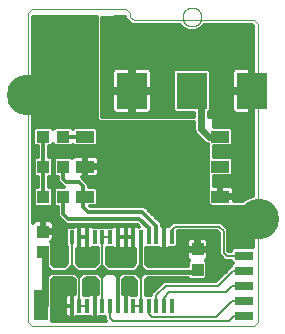
<source format=gtl>
G75*
%MOIN*%
%OFA0B0*%
%FSLAX25Y25*%
%IPPOS*%
%LPD*%
%AMOC8*
5,1,8,0,0,1.08239X$1,22.5*
%
%ADD10C,0.00000*%
%ADD11R,0.05000X0.10000*%
%ADD12R,0.01575X0.04724*%
%ADD13R,0.03937X0.04331*%
%ADD14R,0.04331X0.03937*%
%ADD15R,0.06299X0.03150*%
%ADD16R,0.10000X0.12000*%
%ADD17R,0.06000X0.04000*%
%ADD18C,0.01200*%
%ADD19C,0.13449*%
%ADD20C,0.02775*%
%ADD21C,0.02400*%
%ADD22C,0.01600*%
%ADD23C,0.00800*%
%ADD24C,0.00600*%
D10*
X0008237Y0004725D02*
X0009487Y0003475D01*
X0083549Y0003475D01*
X0084799Y0004725D01*
X0084799Y0104100D01*
X0083549Y0105350D01*
X0043549Y0105350D01*
X0042299Y0106600D01*
X0042299Y0107850D01*
X0041049Y0109100D01*
X0009487Y0109100D01*
X0008237Y0107850D01*
X0008237Y0004725D01*
X0059774Y0106472D02*
X0059776Y0106584D01*
X0059782Y0106695D01*
X0059792Y0106807D01*
X0059806Y0106918D01*
X0059823Y0107028D01*
X0059845Y0107138D01*
X0059871Y0107247D01*
X0059900Y0107355D01*
X0059933Y0107461D01*
X0059970Y0107567D01*
X0060011Y0107671D01*
X0060056Y0107774D01*
X0060104Y0107875D01*
X0060155Y0107974D01*
X0060210Y0108071D01*
X0060269Y0108166D01*
X0060330Y0108260D01*
X0060395Y0108351D01*
X0060464Y0108439D01*
X0060535Y0108525D01*
X0060609Y0108609D01*
X0060687Y0108689D01*
X0060767Y0108767D01*
X0060850Y0108843D01*
X0060935Y0108915D01*
X0061023Y0108984D01*
X0061113Y0109050D01*
X0061206Y0109112D01*
X0061301Y0109172D01*
X0061398Y0109228D01*
X0061496Y0109280D01*
X0061597Y0109329D01*
X0061699Y0109374D01*
X0061803Y0109416D01*
X0061908Y0109454D01*
X0062015Y0109488D01*
X0062122Y0109518D01*
X0062231Y0109545D01*
X0062340Y0109567D01*
X0062451Y0109586D01*
X0062561Y0109601D01*
X0062673Y0109612D01*
X0062784Y0109619D01*
X0062896Y0109622D01*
X0063008Y0109621D01*
X0063120Y0109616D01*
X0063231Y0109607D01*
X0063342Y0109594D01*
X0063453Y0109577D01*
X0063563Y0109557D01*
X0063672Y0109532D01*
X0063780Y0109504D01*
X0063887Y0109471D01*
X0063993Y0109435D01*
X0064097Y0109395D01*
X0064200Y0109352D01*
X0064302Y0109305D01*
X0064401Y0109254D01*
X0064499Y0109200D01*
X0064595Y0109142D01*
X0064689Y0109081D01*
X0064780Y0109017D01*
X0064869Y0108950D01*
X0064956Y0108879D01*
X0065040Y0108805D01*
X0065122Y0108729D01*
X0065200Y0108649D01*
X0065276Y0108567D01*
X0065349Y0108482D01*
X0065419Y0108395D01*
X0065485Y0108305D01*
X0065549Y0108213D01*
X0065609Y0108119D01*
X0065666Y0108023D01*
X0065719Y0107924D01*
X0065769Y0107824D01*
X0065815Y0107723D01*
X0065858Y0107619D01*
X0065897Y0107514D01*
X0065932Y0107408D01*
X0065963Y0107301D01*
X0065991Y0107192D01*
X0066014Y0107083D01*
X0066034Y0106973D01*
X0066050Y0106862D01*
X0066062Y0106751D01*
X0066070Y0106640D01*
X0066074Y0106528D01*
X0066074Y0106416D01*
X0066070Y0106304D01*
X0066062Y0106193D01*
X0066050Y0106082D01*
X0066034Y0105971D01*
X0066014Y0105861D01*
X0065991Y0105752D01*
X0065963Y0105643D01*
X0065932Y0105536D01*
X0065897Y0105430D01*
X0065858Y0105325D01*
X0065815Y0105221D01*
X0065769Y0105120D01*
X0065719Y0105020D01*
X0065666Y0104921D01*
X0065609Y0104825D01*
X0065549Y0104731D01*
X0065485Y0104639D01*
X0065419Y0104549D01*
X0065349Y0104462D01*
X0065276Y0104377D01*
X0065200Y0104295D01*
X0065122Y0104215D01*
X0065040Y0104139D01*
X0064956Y0104065D01*
X0064869Y0103994D01*
X0064780Y0103927D01*
X0064689Y0103863D01*
X0064595Y0103802D01*
X0064499Y0103744D01*
X0064401Y0103690D01*
X0064302Y0103639D01*
X0064200Y0103592D01*
X0064097Y0103549D01*
X0063993Y0103509D01*
X0063887Y0103473D01*
X0063780Y0103440D01*
X0063672Y0103412D01*
X0063563Y0103387D01*
X0063453Y0103367D01*
X0063342Y0103350D01*
X0063231Y0103337D01*
X0063120Y0103328D01*
X0063008Y0103323D01*
X0062896Y0103322D01*
X0062784Y0103325D01*
X0062673Y0103332D01*
X0062561Y0103343D01*
X0062451Y0103358D01*
X0062340Y0103377D01*
X0062231Y0103399D01*
X0062122Y0103426D01*
X0062015Y0103456D01*
X0061908Y0103490D01*
X0061803Y0103528D01*
X0061699Y0103570D01*
X0061597Y0103615D01*
X0061496Y0103664D01*
X0061398Y0103716D01*
X0061301Y0103772D01*
X0061206Y0103832D01*
X0061113Y0103894D01*
X0061023Y0103960D01*
X0060935Y0104029D01*
X0060850Y0104101D01*
X0060767Y0104177D01*
X0060687Y0104255D01*
X0060609Y0104335D01*
X0060535Y0104419D01*
X0060464Y0104505D01*
X0060395Y0104593D01*
X0060330Y0104684D01*
X0060269Y0104778D01*
X0060210Y0104873D01*
X0060155Y0104970D01*
X0060104Y0105069D01*
X0060056Y0105170D01*
X0060011Y0105273D01*
X0059970Y0105377D01*
X0059933Y0105483D01*
X0059900Y0105589D01*
X0059871Y0105697D01*
X0059845Y0105806D01*
X0059823Y0105916D01*
X0059806Y0106026D01*
X0059792Y0106137D01*
X0059782Y0106249D01*
X0059776Y0106360D01*
X0059774Y0106472D01*
D11*
X0012612Y0010350D03*
D12*
X0022853Y0010183D03*
X0025412Y0010183D03*
X0027971Y0010183D03*
X0030530Y0010183D03*
X0033089Y0010183D03*
X0035648Y0010183D03*
X0038207Y0010183D03*
X0040766Y0010183D03*
X0043325Y0010183D03*
X0045885Y0010183D03*
X0048444Y0010183D03*
X0051003Y0010183D03*
X0053562Y0010183D03*
X0056121Y0010183D03*
X0056121Y0033017D03*
X0053562Y0033017D03*
X0051003Y0033017D03*
X0048444Y0033017D03*
X0045885Y0033017D03*
X0043325Y0033017D03*
X0040766Y0033017D03*
X0038207Y0033017D03*
X0035648Y0033017D03*
X0033089Y0033017D03*
X0030530Y0033017D03*
X0027971Y0033017D03*
X0025412Y0033017D03*
X0022853Y0033017D03*
D13*
X0013237Y0034946D03*
X0013237Y0028254D03*
X0013328Y0046600D03*
X0020021Y0046600D03*
X0020021Y0056600D03*
X0013328Y0056600D03*
X0064799Y0029009D03*
X0064799Y0022316D03*
D14*
X0020021Y0066600D03*
X0013328Y0066600D03*
D15*
X0080424Y0026912D03*
X0080424Y0021912D03*
X0080424Y0016913D03*
X0080424Y0011912D03*
X0080424Y0006912D03*
D16*
X0082924Y0081850D03*
X0062924Y0081850D03*
X0042924Y0081850D03*
D17*
X0027299Y0066600D03*
X0027299Y0056600D03*
X0027299Y0046600D03*
X0072299Y0046600D03*
X0072299Y0056600D03*
X0072299Y0066600D03*
D18*
X0070112Y0063400D02*
X0075796Y0063400D01*
X0076499Y0064103D01*
X0076499Y0069097D01*
X0075796Y0069800D01*
X0070112Y0069800D01*
X0070112Y0073163D01*
X0068449Y0073163D01*
X0068449Y0074678D01*
X0069124Y0075353D01*
X0069124Y0088347D01*
X0068421Y0089050D01*
X0057427Y0089050D01*
X0056724Y0088347D01*
X0056724Y0075353D01*
X0057427Y0074650D01*
X0063649Y0074650D01*
X0063649Y0073163D01*
X0032924Y0073163D01*
X0032924Y0106287D01*
X0040699Y0106334D01*
X0040699Y0105937D01*
X0041637Y0105000D01*
X0041949Y0104687D01*
X0042887Y0103750D01*
X0058929Y0103750D01*
X0060234Y0102446D01*
X0061980Y0101722D01*
X0063869Y0101722D01*
X0065615Y0102446D01*
X0066919Y0103750D01*
X0082887Y0103750D01*
X0083199Y0103437D01*
X0083199Y0082450D01*
X0082324Y0082450D01*
X0082324Y0081250D01*
X0076324Y0081250D01*
X0076324Y0075639D01*
X0076433Y0075232D01*
X0076644Y0074868D01*
X0076942Y0074570D01*
X0077307Y0074359D01*
X0077714Y0074250D01*
X0082324Y0074250D01*
X0082324Y0081250D01*
X0083199Y0081250D01*
X0083199Y0046885D01*
X0080623Y0045818D01*
X0079843Y0045037D01*
X0076899Y0045037D01*
X0076899Y0046200D01*
X0072699Y0046200D01*
X0072699Y0047000D01*
X0071899Y0047000D01*
X0071899Y0050200D01*
X0070112Y0050200D01*
X0070112Y0053400D01*
X0075796Y0053400D01*
X0076499Y0054103D01*
X0076499Y0059097D01*
X0075796Y0059800D01*
X0070112Y0059800D01*
X0070112Y0063400D01*
X0070112Y0062349D02*
X0083199Y0062349D01*
X0083199Y0061151D02*
X0070112Y0061151D01*
X0070112Y0059952D02*
X0083199Y0059952D01*
X0083199Y0058754D02*
X0076499Y0058754D01*
X0076499Y0057555D02*
X0083199Y0057555D01*
X0083199Y0056357D02*
X0076499Y0056357D01*
X0076499Y0055158D02*
X0083199Y0055158D01*
X0083199Y0053960D02*
X0076356Y0053960D01*
X0075510Y0050200D02*
X0072699Y0050200D01*
X0072699Y0047000D01*
X0076899Y0047000D01*
X0076899Y0048811D01*
X0076790Y0049218D01*
X0076580Y0049582D01*
X0076282Y0049880D01*
X0075917Y0050091D01*
X0075510Y0050200D01*
X0076804Y0049166D02*
X0083199Y0049166D01*
X0083199Y0050364D02*
X0070112Y0050364D01*
X0070112Y0051563D02*
X0083199Y0051563D01*
X0083199Y0052761D02*
X0070112Y0052761D01*
X0068312Y0052761D02*
X0026496Y0052761D01*
X0026257Y0053000D02*
X0026899Y0053000D01*
X0026899Y0056200D01*
X0027699Y0056200D01*
X0027699Y0053000D01*
X0030510Y0053000D01*
X0030917Y0053109D01*
X0031282Y0053320D01*
X0031580Y0053618D01*
X0031790Y0053982D01*
X0031899Y0054389D01*
X0031899Y0056200D01*
X0027699Y0056200D01*
X0027699Y0057000D01*
X0026899Y0057000D01*
X0026899Y0060200D01*
X0024089Y0060200D01*
X0023682Y0060091D01*
X0023317Y0059880D01*
X0023019Y0059582D01*
X0022964Y0059487D01*
X0022486Y0059965D01*
X0017555Y0059965D01*
X0016852Y0059262D01*
X0016852Y0053938D01*
X0017555Y0053235D01*
X0018221Y0053235D01*
X0018221Y0051883D01*
X0019249Y0050854D01*
X0020138Y0049965D01*
X0017555Y0049965D01*
X0016852Y0049262D01*
X0016852Y0043938D01*
X0017555Y0043235D01*
X0018221Y0043235D01*
X0018221Y0040008D01*
X0019874Y0038354D01*
X0020929Y0037300D01*
X0044679Y0037300D01*
X0045399Y0036580D01*
X0045176Y0036580D01*
X0045095Y0036660D01*
X0044730Y0036870D01*
X0044324Y0036980D01*
X0043326Y0036980D01*
X0043326Y0033017D01*
X0043326Y0029055D01*
X0044085Y0029055D01*
X0044085Y0024398D01*
X0043287Y0023600D01*
X0035375Y0023600D01*
X0034689Y0024285D01*
X0034689Y0029455D01*
X0036357Y0029455D01*
X0036438Y0029375D01*
X0036802Y0029164D01*
X0037209Y0029055D01*
X0038207Y0029055D01*
X0038207Y0033017D01*
X0038207Y0033017D01*
X0038207Y0029055D01*
X0039205Y0029055D01*
X0039487Y0029131D01*
X0039768Y0029055D01*
X0040766Y0029055D01*
X0040766Y0033017D01*
X0038208Y0033017D01*
X0038208Y0033017D01*
X0040595Y0033017D01*
X0040766Y0033017D01*
X0040766Y0033017D01*
X0040766Y0033017D01*
X0040766Y0029055D01*
X0041764Y0029055D01*
X0042046Y0029131D01*
X0042327Y0029055D01*
X0043325Y0029055D01*
X0043325Y0033017D01*
X0040767Y0033017D01*
X0040767Y0033017D01*
X0043154Y0033017D01*
X0043325Y0033017D01*
X0043325Y0033017D01*
X0043326Y0033017D01*
X0043325Y0033017D01*
X0043325Y0036980D01*
X0042327Y0036980D01*
X0042046Y0036904D01*
X0041764Y0036980D01*
X0040766Y0036980D01*
X0039768Y0036980D01*
X0039487Y0036904D01*
X0039205Y0036980D01*
X0038207Y0036980D01*
X0037209Y0036980D01*
X0036802Y0036870D01*
X0036438Y0036660D01*
X0036357Y0036580D01*
X0029821Y0036580D01*
X0029741Y0036660D01*
X0029376Y0036870D01*
X0028969Y0036980D01*
X0027971Y0036980D01*
X0026973Y0036980D01*
X0026692Y0036904D01*
X0026410Y0036980D01*
X0025412Y0036980D01*
X0024414Y0036980D01*
X0024007Y0036870D01*
X0023642Y0036660D01*
X0023562Y0036580D01*
X0021569Y0036580D01*
X0020866Y0035877D01*
X0020866Y0030158D01*
X0021253Y0029771D01*
X0021253Y0024379D01*
X0020474Y0023600D01*
X0016937Y0023600D01*
X0016262Y0024275D01*
X0016262Y0025448D01*
X0016405Y0025591D01*
X0016405Y0030916D01*
X0015955Y0031366D01*
X0016188Y0031501D01*
X0016486Y0031799D01*
X0016696Y0032164D01*
X0016805Y0032570D01*
X0016805Y0034562D01*
X0013621Y0034562D01*
X0013621Y0035331D01*
X0012853Y0035331D01*
X0012853Y0038712D01*
X0011058Y0038712D01*
X0010651Y0038603D01*
X0010286Y0038392D01*
X0009988Y0038094D01*
X0009837Y0037832D01*
X0009837Y0106600D01*
X0031123Y0106600D01*
X0031124Y0106283D01*
X0031124Y0072417D01*
X0032179Y0071363D01*
X0063649Y0071363D01*
X0063649Y0068623D01*
X0064015Y0067741D01*
X0064690Y0067065D01*
X0067190Y0064565D01*
X0068072Y0064200D01*
X0068099Y0064200D01*
X0068099Y0064103D01*
X0068312Y0063890D01*
X0068312Y0059310D01*
X0068099Y0059097D01*
X0068099Y0054103D01*
X0068312Y0053890D01*
X0068312Y0049310D01*
X0068099Y0049097D01*
X0068099Y0044103D01*
X0068802Y0043400D01*
X0069204Y0043400D01*
X0069366Y0043237D01*
X0083199Y0043237D01*
X0083199Y0029687D01*
X0076778Y0029687D01*
X0076075Y0028984D01*
X0076075Y0028512D01*
X0075150Y0028512D01*
X0075037Y0028625D01*
X0075037Y0035813D01*
X0072650Y0038200D01*
X0056637Y0038200D01*
X0055699Y0037263D01*
X0055183Y0036746D01*
X0054967Y0036870D01*
X0054560Y0036980D01*
X0053562Y0036980D01*
X0053562Y0033017D01*
X0053562Y0029055D01*
X0054560Y0029055D01*
X0054967Y0029164D01*
X0055332Y0029375D01*
X0055412Y0029455D01*
X0057405Y0029455D01*
X0058108Y0030158D01*
X0058108Y0035000D01*
X0071324Y0035000D01*
X0071837Y0034487D01*
X0071837Y0027300D01*
X0072774Y0026363D01*
X0072887Y0026250D01*
X0073824Y0025312D01*
X0076075Y0025312D01*
X0076075Y0024841D01*
X0076503Y0024412D01*
X0076075Y0023984D01*
X0076075Y0023512D01*
X0076012Y0023512D01*
X0075074Y0022575D01*
X0071012Y0018512D01*
X0053512Y0018512D01*
X0052574Y0017575D01*
X0049403Y0014403D01*
X0049403Y0013745D01*
X0047485Y0013745D01*
X0047485Y0018897D01*
X0048187Y0019600D01*
X0061685Y0019600D01*
X0062334Y0018951D01*
X0067265Y0018951D01*
X0067968Y0019654D01*
X0067968Y0024978D01*
X0067517Y0025429D01*
X0067750Y0025563D01*
X0068048Y0025861D01*
X0068259Y0026226D01*
X0068368Y0026633D01*
X0068368Y0028625D01*
X0065184Y0028625D01*
X0065184Y0029393D01*
X0068368Y0029393D01*
X0068368Y0031385D01*
X0068259Y0031792D01*
X0068048Y0032157D01*
X0067750Y0032455D01*
X0067385Y0032665D01*
X0066979Y0032774D01*
X0065184Y0032774D01*
X0065184Y0029393D01*
X0064415Y0029393D01*
X0064415Y0028625D01*
X0061231Y0028625D01*
X0061231Y0026633D01*
X0061340Y0026226D01*
X0061551Y0025861D01*
X0061848Y0025563D01*
X0062081Y0025429D01*
X0061631Y0024978D01*
X0061631Y0023600D01*
X0048187Y0023600D01*
X0047685Y0024103D01*
X0047685Y0029455D01*
X0051712Y0029455D01*
X0051792Y0029375D01*
X0052157Y0029164D01*
X0052564Y0029055D01*
X0053562Y0029055D01*
X0053562Y0033017D01*
X0053562Y0033017D01*
X0053562Y0033017D01*
X0053562Y0036980D01*
X0052803Y0036980D01*
X0052803Y0037705D01*
X0047107Y0043400D01*
X0028982Y0043400D01*
X0030796Y0043400D01*
X0031499Y0044103D01*
X0031499Y0049097D01*
X0030796Y0049800D01*
X0028474Y0049800D01*
X0028474Y0050783D01*
X0027420Y0051837D01*
X0026257Y0053000D01*
X0026899Y0053960D02*
X0027699Y0053960D01*
X0027699Y0055158D02*
X0026899Y0055158D01*
X0027699Y0056357D02*
X0068099Y0056357D01*
X0068099Y0057555D02*
X0031899Y0057555D01*
X0031899Y0057000D02*
X0031899Y0058811D01*
X0031790Y0059218D01*
X0031580Y0059582D01*
X0031282Y0059880D01*
X0030917Y0060091D01*
X0030510Y0060200D01*
X0027699Y0060200D01*
X0027699Y0057000D01*
X0031899Y0057000D01*
X0031899Y0055158D02*
X0068099Y0055158D01*
X0068243Y0053960D02*
X0031777Y0053960D01*
X0031899Y0058754D02*
X0068099Y0058754D01*
X0068312Y0059952D02*
X0031157Y0059952D01*
X0030796Y0063400D02*
X0031499Y0064103D01*
X0031499Y0069097D01*
X0030796Y0069800D01*
X0023802Y0069800D01*
X0023227Y0069225D01*
X0022683Y0069768D01*
X0017358Y0069768D01*
X0016674Y0069084D01*
X0015990Y0069768D01*
X0010666Y0069768D01*
X0009963Y0069066D01*
X0009963Y0064134D01*
X0010666Y0063431D01*
X0011528Y0063431D01*
X0011528Y0059965D01*
X0010862Y0059965D01*
X0010159Y0059262D01*
X0010159Y0053938D01*
X0010862Y0053235D01*
X0011528Y0053235D01*
X0011528Y0049965D01*
X0010862Y0049965D01*
X0010159Y0049262D01*
X0010159Y0043938D01*
X0010862Y0043235D01*
X0015794Y0043235D01*
X0016496Y0043938D01*
X0016496Y0049262D01*
X0015794Y0049965D01*
X0015128Y0049965D01*
X0015128Y0053235D01*
X0015794Y0053235D01*
X0016496Y0053938D01*
X0016496Y0059262D01*
X0015794Y0059965D01*
X0015128Y0059965D01*
X0015128Y0063431D01*
X0015990Y0063431D01*
X0016674Y0064116D01*
X0017358Y0063431D01*
X0022683Y0063431D01*
X0023227Y0063975D01*
X0023802Y0063400D01*
X0030796Y0063400D01*
X0030944Y0063548D02*
X0068312Y0063548D01*
X0068312Y0062349D02*
X0015128Y0062349D01*
X0015128Y0061151D02*
X0068312Y0061151D01*
X0067009Y0064746D02*
X0031499Y0064746D01*
X0031499Y0065945D02*
X0065810Y0065945D01*
X0064612Y0067143D02*
X0031499Y0067143D01*
X0031499Y0068342D02*
X0063766Y0068342D01*
X0063649Y0069540D02*
X0031056Y0069540D01*
X0031604Y0071937D02*
X0009837Y0071937D01*
X0009837Y0070739D02*
X0063649Y0070739D01*
X0063649Y0074334D02*
X0048450Y0074334D01*
X0048542Y0074359D02*
X0048907Y0074570D01*
X0049205Y0074868D01*
X0049415Y0075232D01*
X0049524Y0075639D01*
X0049524Y0081250D01*
X0043524Y0081250D01*
X0043524Y0074250D01*
X0048135Y0074250D01*
X0048542Y0074359D01*
X0049496Y0075533D02*
X0056724Y0075533D01*
X0056724Y0076732D02*
X0049524Y0076732D01*
X0049524Y0077930D02*
X0056724Y0077930D01*
X0056724Y0079129D02*
X0049524Y0079129D01*
X0049524Y0080327D02*
X0056724Y0080327D01*
X0056724Y0081526D02*
X0043524Y0081526D01*
X0043524Y0081250D02*
X0043524Y0082450D01*
X0042324Y0082450D01*
X0042324Y0081250D01*
X0036324Y0081250D01*
X0036324Y0075639D01*
X0036433Y0075232D01*
X0036644Y0074868D01*
X0036942Y0074570D01*
X0037307Y0074359D01*
X0037714Y0074250D01*
X0042324Y0074250D01*
X0042324Y0081250D01*
X0043524Y0081250D01*
X0043524Y0080327D02*
X0042324Y0080327D01*
X0042324Y0079129D02*
X0043524Y0079129D01*
X0043524Y0077930D02*
X0042324Y0077930D01*
X0042324Y0076732D02*
X0043524Y0076732D01*
X0043524Y0075533D02*
X0042324Y0075533D01*
X0042324Y0074334D02*
X0043524Y0074334D01*
X0037398Y0074334D02*
X0032924Y0074334D01*
X0032924Y0075533D02*
X0036353Y0075533D01*
X0036324Y0076732D02*
X0032924Y0076732D01*
X0032924Y0077930D02*
X0036324Y0077930D01*
X0036324Y0079129D02*
X0032924Y0079129D01*
X0032924Y0080327D02*
X0036324Y0080327D01*
X0036324Y0082450D02*
X0042324Y0082450D01*
X0042324Y0089450D01*
X0037714Y0089450D01*
X0037307Y0089341D01*
X0036942Y0089130D01*
X0036644Y0088832D01*
X0036433Y0088468D01*
X0036324Y0088061D01*
X0036324Y0082450D01*
X0036324Y0082724D02*
X0032924Y0082724D01*
X0032924Y0081526D02*
X0042324Y0081526D01*
X0042324Y0082724D02*
X0043524Y0082724D01*
X0043524Y0082450D02*
X0043524Y0089450D01*
X0048135Y0089450D01*
X0048542Y0089341D01*
X0048907Y0089130D01*
X0049205Y0088832D01*
X0049415Y0088468D01*
X0049524Y0088061D01*
X0049524Y0082450D01*
X0043524Y0082450D01*
X0043524Y0083923D02*
X0042324Y0083923D01*
X0042324Y0085121D02*
X0043524Y0085121D01*
X0043524Y0086320D02*
X0042324Y0086320D01*
X0042324Y0087518D02*
X0043524Y0087518D01*
X0043524Y0088717D02*
X0042324Y0088717D01*
X0036577Y0088717D02*
X0032924Y0088717D01*
X0032924Y0089915D02*
X0083199Y0089915D01*
X0082324Y0089450D02*
X0077714Y0089450D01*
X0077307Y0089341D01*
X0076942Y0089130D01*
X0076644Y0088832D01*
X0076433Y0088468D01*
X0076324Y0088061D01*
X0076324Y0082450D01*
X0082324Y0082450D01*
X0082324Y0089450D01*
X0082324Y0088717D02*
X0083199Y0088717D01*
X0083199Y0087518D02*
X0082324Y0087518D01*
X0082324Y0086320D02*
X0083199Y0086320D01*
X0083199Y0085121D02*
X0082324Y0085121D01*
X0082324Y0083923D02*
X0083199Y0083923D01*
X0083199Y0082724D02*
X0082324Y0082724D01*
X0082324Y0081526D02*
X0069124Y0081526D01*
X0069124Y0082724D02*
X0076324Y0082724D01*
X0076324Y0083923D02*
X0069124Y0083923D01*
X0069124Y0085121D02*
X0076324Y0085121D01*
X0076324Y0086320D02*
X0069124Y0086320D01*
X0069124Y0087518D02*
X0076324Y0087518D01*
X0076577Y0088717D02*
X0068755Y0088717D01*
X0069124Y0080327D02*
X0076324Y0080327D01*
X0076324Y0079129D02*
X0069124Y0079129D01*
X0069124Y0077930D02*
X0076324Y0077930D01*
X0076324Y0076732D02*
X0069124Y0076732D01*
X0069124Y0075533D02*
X0076353Y0075533D01*
X0077398Y0074334D02*
X0068449Y0074334D01*
X0070112Y0073136D02*
X0083199Y0073136D01*
X0083199Y0074334D02*
X0082324Y0074334D01*
X0082324Y0075533D02*
X0083199Y0075533D01*
X0083199Y0076732D02*
X0082324Y0076732D01*
X0082324Y0077930D02*
X0083199Y0077930D01*
X0083199Y0079129D02*
X0082324Y0079129D01*
X0082324Y0080327D02*
X0083199Y0080327D01*
X0083199Y0071937D02*
X0070112Y0071937D01*
X0070112Y0070739D02*
X0083199Y0070739D01*
X0083199Y0069540D02*
X0076056Y0069540D01*
X0076499Y0068342D02*
X0083199Y0068342D01*
X0083199Y0067143D02*
X0076499Y0067143D01*
X0076499Y0065945D02*
X0083199Y0065945D01*
X0083199Y0064746D02*
X0076499Y0064746D01*
X0075944Y0063548D02*
X0083199Y0063548D01*
X0072699Y0049166D02*
X0071899Y0049166D01*
X0071899Y0047967D02*
X0072699Y0047967D01*
X0072699Y0046769D02*
X0082918Y0046769D01*
X0083199Y0047967D02*
X0076899Y0047967D01*
X0076899Y0045570D02*
X0080375Y0045570D01*
X0083199Y0043173D02*
X0047334Y0043173D01*
X0048533Y0041975D02*
X0083199Y0041975D01*
X0083199Y0040776D02*
X0049731Y0040776D01*
X0050930Y0039578D02*
X0083199Y0039578D01*
X0083199Y0038379D02*
X0052128Y0038379D01*
X0052803Y0037181D02*
X0055617Y0037181D01*
X0053562Y0035982D02*
X0053562Y0035982D01*
X0053562Y0034784D02*
X0053562Y0034784D01*
X0053562Y0033585D02*
X0053562Y0033585D01*
X0053562Y0032387D02*
X0053562Y0032387D01*
X0053562Y0031188D02*
X0053562Y0031188D01*
X0053562Y0029990D02*
X0053562Y0029990D01*
X0051003Y0033017D02*
X0051003Y0036959D01*
X0046362Y0041600D01*
X0028237Y0041600D01*
X0026674Y0043162D01*
X0026674Y0046600D01*
X0027299Y0046600D01*
X0026674Y0046600D02*
X0026674Y0050037D01*
X0025112Y0051600D01*
X0021049Y0051600D01*
X0020021Y0052629D01*
X0020021Y0056600D01*
X0016852Y0056357D02*
X0016496Y0056357D01*
X0016496Y0057555D02*
X0016852Y0057555D01*
X0016852Y0058754D02*
X0016496Y0058754D01*
X0015806Y0059952D02*
X0017542Y0059952D01*
X0017242Y0063548D02*
X0016107Y0063548D01*
X0013328Y0066600D02*
X0013328Y0056600D01*
X0013328Y0046600D01*
X0016496Y0046769D02*
X0016852Y0046769D01*
X0016852Y0047967D02*
X0016496Y0047967D01*
X0016496Y0049166D02*
X0016852Y0049166D01*
X0015128Y0050364D02*
X0019740Y0050364D01*
X0018541Y0051563D02*
X0015128Y0051563D01*
X0015128Y0052761D02*
X0018221Y0052761D01*
X0016852Y0053960D02*
X0016496Y0053960D01*
X0016496Y0055158D02*
X0016852Y0055158D01*
X0011528Y0052761D02*
X0009837Y0052761D01*
X0009837Y0051563D02*
X0011528Y0051563D01*
X0011528Y0050364D02*
X0009837Y0050364D01*
X0009837Y0049166D02*
X0010159Y0049166D01*
X0010159Y0047967D02*
X0009837Y0047967D01*
X0009837Y0046769D02*
X0010159Y0046769D01*
X0010159Y0045570D02*
X0009837Y0045570D01*
X0009837Y0044372D02*
X0010159Y0044372D01*
X0009837Y0043173D02*
X0018221Y0043173D01*
X0018221Y0041975D02*
X0009837Y0041975D01*
X0009837Y0040776D02*
X0018221Y0040776D01*
X0018651Y0039578D02*
X0009837Y0039578D01*
X0009837Y0038379D02*
X0010273Y0038379D01*
X0012853Y0038379D02*
X0013621Y0038379D01*
X0013621Y0038712D02*
X0013621Y0035331D01*
X0016805Y0035331D01*
X0016805Y0037322D01*
X0016696Y0037729D01*
X0016486Y0038094D01*
X0016188Y0038392D01*
X0015823Y0038603D01*
X0015416Y0038712D01*
X0013621Y0038712D01*
X0013621Y0037181D02*
X0012853Y0037181D01*
X0012853Y0035982D02*
X0013621Y0035982D01*
X0013621Y0034784D02*
X0020866Y0034784D01*
X0020866Y0033585D02*
X0016805Y0033585D01*
X0016756Y0032387D02*
X0020866Y0032387D01*
X0020866Y0031188D02*
X0016133Y0031188D01*
X0016405Y0029990D02*
X0021034Y0029990D01*
X0021253Y0028791D02*
X0016405Y0028791D01*
X0016405Y0027593D02*
X0021253Y0027593D01*
X0021253Y0026394D02*
X0016405Y0026394D01*
X0016262Y0025196D02*
X0021253Y0025196D01*
X0020871Y0023997D02*
X0016540Y0023997D01*
X0016937Y0019600D02*
X0022974Y0019600D01*
X0023812Y0018762D01*
X0023812Y0014145D01*
X0022853Y0014145D01*
X0021855Y0014145D01*
X0021448Y0014036D01*
X0021083Y0013825D01*
X0020785Y0013527D01*
X0020575Y0013162D01*
X0020466Y0012756D01*
X0020466Y0010183D01*
X0022853Y0010183D01*
X0022853Y0014145D01*
X0022853Y0010183D01*
X0022853Y0010183D01*
X0022853Y0010183D01*
X0020466Y0010183D01*
X0020466Y0007610D01*
X0020575Y0007203D01*
X0020785Y0006838D01*
X0021083Y0006540D01*
X0021448Y0006330D01*
X0021855Y0006220D01*
X0022853Y0006220D01*
X0023851Y0006220D01*
X0024258Y0006330D01*
X0024623Y0006540D01*
X0024703Y0006620D01*
X0028680Y0006620D01*
X0028760Y0006540D01*
X0029125Y0006330D01*
X0029532Y0006220D01*
X0030530Y0006220D01*
X0030530Y0010183D01*
X0030530Y0014145D01*
X0029532Y0014145D01*
X0029125Y0014036D01*
X0028760Y0013825D01*
X0028680Y0013745D01*
X0027012Y0013745D01*
X0027012Y0018737D01*
X0027024Y0018750D01*
X0027875Y0019600D01*
X0030474Y0019600D01*
X0031489Y0018585D01*
X0031489Y0014145D01*
X0030530Y0014145D01*
X0030530Y0010183D01*
X0030530Y0010183D01*
X0030530Y0010183D01*
X0030530Y0006220D01*
X0031528Y0006220D01*
X0031935Y0006330D01*
X0032300Y0006540D01*
X0032380Y0006620D01*
X0034048Y0006620D01*
X0034048Y0005401D01*
X0034374Y0005075D01*
X0016312Y0005075D01*
X0016312Y0015847D01*
X0016262Y0015897D01*
X0016262Y0018925D01*
X0016937Y0019600D01*
X0016540Y0019203D02*
X0023371Y0019203D01*
X0023812Y0018004D02*
X0016262Y0018004D01*
X0016262Y0016806D02*
X0023812Y0016806D01*
X0023812Y0015607D02*
X0016312Y0015607D01*
X0016312Y0014409D02*
X0023812Y0014409D01*
X0022853Y0013210D02*
X0022853Y0013210D01*
X0022853Y0012012D02*
X0022853Y0012012D01*
X0022853Y0010813D02*
X0022853Y0010813D01*
X0022853Y0010183D02*
X0022853Y0006220D01*
X0022853Y0010183D01*
X0022853Y0010183D01*
X0022853Y0009615D02*
X0022853Y0009615D01*
X0022853Y0008416D02*
X0022853Y0008416D01*
X0022853Y0007218D02*
X0022853Y0007218D01*
X0020571Y0007218D02*
X0016312Y0007218D01*
X0016312Y0008416D02*
X0020466Y0008416D01*
X0020466Y0009615D02*
X0016312Y0009615D01*
X0016312Y0010813D02*
X0020466Y0010813D01*
X0020466Y0012012D02*
X0016312Y0012012D01*
X0016312Y0013210D02*
X0020602Y0013210D01*
X0016312Y0006019D02*
X0034048Y0006019D01*
X0030530Y0007218D02*
X0030530Y0007218D01*
X0030530Y0008416D02*
X0030530Y0008416D01*
X0030530Y0009615D02*
X0030530Y0009615D01*
X0030530Y0010813D02*
X0030530Y0010813D01*
X0030530Y0012012D02*
X0030530Y0012012D01*
X0030530Y0013210D02*
X0030530Y0013210D01*
X0031489Y0014409D02*
X0027012Y0014409D01*
X0027012Y0015607D02*
X0031489Y0015607D01*
X0031489Y0016806D02*
X0027012Y0016806D01*
X0027012Y0018004D02*
X0031489Y0018004D01*
X0030871Y0019203D02*
X0027478Y0019203D01*
X0025375Y0023600D02*
X0024453Y0024522D01*
X0024453Y0029055D01*
X0025412Y0029055D01*
X0025412Y0033017D01*
X0025412Y0033017D01*
X0025412Y0029055D01*
X0026410Y0029055D01*
X0026692Y0029131D01*
X0026973Y0029055D01*
X0027971Y0029055D01*
X0027971Y0033017D01*
X0027971Y0033017D01*
X0025412Y0033017D01*
X0025412Y0033017D01*
X0027799Y0033017D01*
X0027971Y0033017D01*
X0027971Y0033017D01*
X0027971Y0029055D01*
X0028969Y0029055D01*
X0029376Y0029164D01*
X0029741Y0029375D01*
X0029821Y0029455D01*
X0031489Y0029455D01*
X0031489Y0024615D01*
X0030474Y0023600D01*
X0025375Y0023600D01*
X0024978Y0023997D02*
X0030871Y0023997D01*
X0031489Y0025196D02*
X0024453Y0025196D01*
X0024453Y0026394D02*
X0031489Y0026394D01*
X0031489Y0027593D02*
X0024453Y0027593D01*
X0024453Y0028791D02*
X0031489Y0028791D01*
X0027971Y0029990D02*
X0027971Y0029990D01*
X0027971Y0031188D02*
X0027971Y0031188D01*
X0027971Y0032387D02*
X0027971Y0032387D01*
X0027971Y0033017D02*
X0027971Y0036980D01*
X0027971Y0033017D01*
X0027971Y0033017D01*
X0027971Y0033585D02*
X0027971Y0033585D01*
X0027971Y0034784D02*
X0027971Y0034784D01*
X0027971Y0035982D02*
X0027971Y0035982D01*
X0025412Y0035982D02*
X0025412Y0035982D01*
X0025412Y0036980D02*
X0025412Y0033017D01*
X0025412Y0036980D01*
X0025412Y0034784D02*
X0025412Y0034784D01*
X0025412Y0033585D02*
X0025412Y0033585D01*
X0025412Y0033017D02*
X0025412Y0033017D01*
X0025412Y0032387D02*
X0025412Y0032387D01*
X0025412Y0031188D02*
X0025412Y0031188D01*
X0025412Y0029990D02*
X0025412Y0029990D01*
X0020971Y0035982D02*
X0016805Y0035982D01*
X0016805Y0037181D02*
X0044798Y0037181D01*
X0045424Y0039100D02*
X0048444Y0036081D01*
X0048444Y0033017D01*
X0045885Y0033017D02*
X0045885Y0021748D01*
X0045737Y0021600D01*
X0047790Y0023997D02*
X0061631Y0023997D01*
X0061848Y0025196D02*
X0047685Y0025196D01*
X0047685Y0026394D02*
X0061295Y0026394D01*
X0061231Y0027593D02*
X0047685Y0027593D01*
X0047685Y0028791D02*
X0064415Y0028791D01*
X0064415Y0029393D02*
X0061231Y0029393D01*
X0061231Y0031385D01*
X0061340Y0031792D01*
X0061551Y0032157D01*
X0061848Y0032455D01*
X0062213Y0032665D01*
X0062620Y0032774D01*
X0064415Y0032774D01*
X0064415Y0029393D01*
X0064415Y0029990D02*
X0065184Y0029990D01*
X0065184Y0031188D02*
X0064415Y0031188D01*
X0064415Y0032387D02*
X0065184Y0032387D01*
X0067818Y0032387D02*
X0071837Y0032387D01*
X0071837Y0033585D02*
X0058108Y0033585D01*
X0058108Y0032387D02*
X0061780Y0032387D01*
X0061231Y0031188D02*
X0058108Y0031188D01*
X0057940Y0029990D02*
X0061231Y0029990D01*
X0058108Y0034784D02*
X0071541Y0034784D01*
X0073669Y0037181D02*
X0083199Y0037181D01*
X0083199Y0035982D02*
X0074867Y0035982D01*
X0075037Y0034784D02*
X0083199Y0034784D01*
X0083199Y0033585D02*
X0075037Y0033585D01*
X0075037Y0032387D02*
X0083199Y0032387D01*
X0083199Y0031188D02*
X0075037Y0031188D01*
X0075037Y0029990D02*
X0083199Y0029990D01*
X0076075Y0028791D02*
X0075037Y0028791D01*
X0072743Y0026394D02*
X0068304Y0026394D01*
X0068368Y0027593D02*
X0071837Y0027593D01*
X0071837Y0028791D02*
X0065184Y0028791D01*
X0068368Y0029990D02*
X0071837Y0029990D01*
X0071837Y0031188D02*
X0068368Y0031188D01*
X0067751Y0025196D02*
X0076075Y0025196D01*
X0076087Y0023997D02*
X0067968Y0023997D01*
X0067968Y0022799D02*
X0075298Y0022799D01*
X0075074Y0022575D02*
X0075074Y0022575D01*
X0074099Y0021600D02*
X0067968Y0021600D01*
X0067968Y0020401D02*
X0072901Y0020401D01*
X0071702Y0019203D02*
X0067517Y0019203D01*
X0062082Y0019203D02*
X0047790Y0019203D01*
X0047485Y0018004D02*
X0053004Y0018004D01*
X0051805Y0016806D02*
X0047485Y0016806D01*
X0047485Y0015607D02*
X0050607Y0015607D01*
X0049408Y0014409D02*
X0047485Y0014409D01*
X0044285Y0014409D02*
X0040007Y0014409D01*
X0040007Y0014145D02*
X0040007Y0018920D01*
X0040687Y0019600D01*
X0043287Y0019600D01*
X0044285Y0018602D01*
X0044285Y0013745D01*
X0042617Y0013745D01*
X0042536Y0013825D01*
X0042171Y0014036D01*
X0041764Y0014145D01*
X0040766Y0014145D01*
X0040007Y0014145D01*
X0040766Y0014145D02*
X0040766Y0010183D01*
X0040766Y0010183D01*
X0040766Y0014145D01*
X0040766Y0013210D02*
X0040766Y0013210D01*
X0040766Y0012012D02*
X0040766Y0012012D01*
X0040766Y0010813D02*
X0040766Y0010813D01*
X0038207Y0010183D02*
X0038207Y0021570D01*
X0038237Y0021600D01*
X0040290Y0019203D02*
X0043684Y0019203D01*
X0044285Y0018004D02*
X0040007Y0018004D01*
X0040007Y0016806D02*
X0044285Y0016806D01*
X0044285Y0015607D02*
X0040007Y0015607D01*
X0043684Y0023997D02*
X0034978Y0023997D01*
X0034689Y0025196D02*
X0044085Y0025196D01*
X0044085Y0026394D02*
X0034689Y0026394D01*
X0034689Y0027593D02*
X0044085Y0027593D01*
X0044085Y0028791D02*
X0034689Y0028791D01*
X0038207Y0029990D02*
X0038207Y0029990D01*
X0038207Y0031188D02*
X0038207Y0031188D01*
X0038207Y0032387D02*
X0038207Y0032387D01*
X0038207Y0033017D02*
X0038207Y0036980D01*
X0038207Y0033017D01*
X0038207Y0033017D01*
X0038207Y0033585D02*
X0038207Y0033585D01*
X0038207Y0034784D02*
X0038207Y0034784D01*
X0038207Y0035982D02*
X0038207Y0035982D01*
X0040766Y0035982D02*
X0040766Y0035982D01*
X0040766Y0036980D02*
X0040766Y0033017D01*
X0040766Y0036980D01*
X0040766Y0034784D02*
X0040766Y0034784D01*
X0040766Y0033585D02*
X0040766Y0033585D01*
X0040766Y0033017D02*
X0040766Y0033017D01*
X0040766Y0032387D02*
X0040766Y0032387D01*
X0040766Y0031188D02*
X0040766Y0031188D01*
X0040766Y0029990D02*
X0040766Y0029990D01*
X0043325Y0029990D02*
X0043326Y0029990D01*
X0043325Y0031188D02*
X0043326Y0031188D01*
X0043325Y0032387D02*
X0043326Y0032387D01*
X0043325Y0033585D02*
X0043326Y0033585D01*
X0043325Y0034784D02*
X0043326Y0034784D01*
X0043325Y0035982D02*
X0043326Y0035982D01*
X0045424Y0039100D02*
X0021674Y0039100D01*
X0020021Y0040754D01*
X0020021Y0046600D01*
X0016852Y0045570D02*
X0016496Y0045570D01*
X0016496Y0044372D02*
X0016852Y0044372D01*
X0016201Y0038379D02*
X0019850Y0038379D01*
X0028982Y0043400D02*
X0028982Y0043400D01*
X0031499Y0044372D02*
X0068099Y0044372D01*
X0068099Y0045570D02*
X0031499Y0045570D01*
X0031499Y0046769D02*
X0068099Y0046769D01*
X0068099Y0047967D02*
X0031499Y0047967D01*
X0031431Y0049166D02*
X0068168Y0049166D01*
X0068312Y0050364D02*
X0028474Y0050364D01*
X0027695Y0051563D02*
X0068312Y0051563D01*
X0056724Y0082724D02*
X0049524Y0082724D01*
X0049524Y0083923D02*
X0056724Y0083923D01*
X0056724Y0085121D02*
X0049524Y0085121D01*
X0049524Y0086320D02*
X0056724Y0086320D01*
X0056724Y0087518D02*
X0049524Y0087518D01*
X0049272Y0088717D02*
X0057094Y0088717D01*
X0061550Y0101900D02*
X0032924Y0101900D01*
X0032924Y0100702D02*
X0083199Y0100702D01*
X0083199Y0101900D02*
X0064298Y0101900D01*
X0066268Y0103099D02*
X0083199Y0103099D01*
X0083199Y0099503D02*
X0032924Y0099503D01*
X0032924Y0098305D02*
X0083199Y0098305D01*
X0083199Y0097106D02*
X0032924Y0097106D01*
X0032924Y0095908D02*
X0083199Y0095908D01*
X0083199Y0094709D02*
X0032924Y0094709D01*
X0032924Y0093511D02*
X0083199Y0093511D01*
X0083199Y0092312D02*
X0032924Y0092312D01*
X0032924Y0091114D02*
X0083199Y0091114D01*
X0059581Y0103099D02*
X0032924Y0103099D01*
X0032924Y0104297D02*
X0042339Y0104297D01*
X0041949Y0104687D02*
X0041949Y0104687D01*
X0041141Y0105496D02*
X0032924Y0105496D01*
X0031124Y0105496D02*
X0009837Y0105496D01*
X0009837Y0104297D02*
X0031124Y0104297D01*
X0031124Y0103099D02*
X0009837Y0103099D01*
X0009837Y0101900D02*
X0031124Y0101900D01*
X0031124Y0100702D02*
X0009837Y0100702D01*
X0009837Y0099503D02*
X0031124Y0099503D01*
X0031124Y0098305D02*
X0009837Y0098305D01*
X0009837Y0097106D02*
X0031124Y0097106D01*
X0031124Y0095908D02*
X0009837Y0095908D01*
X0009837Y0094709D02*
X0031124Y0094709D01*
X0031124Y0093511D02*
X0009837Y0093511D01*
X0009837Y0092312D02*
X0031124Y0092312D01*
X0031124Y0091114D02*
X0009837Y0091114D01*
X0009837Y0089915D02*
X0031124Y0089915D01*
X0031124Y0088717D02*
X0009837Y0088717D01*
X0009837Y0087518D02*
X0031124Y0087518D01*
X0031124Y0086320D02*
X0009837Y0086320D01*
X0009837Y0085121D02*
X0031124Y0085121D01*
X0031124Y0083923D02*
X0009837Y0083923D01*
X0009837Y0082724D02*
X0031124Y0082724D01*
X0031124Y0081526D02*
X0009837Y0081526D01*
X0009837Y0080327D02*
X0031124Y0080327D01*
X0031124Y0079129D02*
X0009837Y0079129D01*
X0009837Y0077930D02*
X0031124Y0077930D01*
X0031124Y0076732D02*
X0009837Y0076732D01*
X0009837Y0075533D02*
X0031124Y0075533D01*
X0031124Y0074334D02*
X0009837Y0074334D01*
X0009837Y0073136D02*
X0031124Y0073136D01*
X0027299Y0066600D02*
X0020021Y0066600D01*
X0022911Y0069540D02*
X0023543Y0069540D01*
X0023654Y0063548D02*
X0022800Y0063548D01*
X0022499Y0059952D02*
X0023442Y0059952D01*
X0026899Y0059952D02*
X0027699Y0059952D01*
X0027699Y0058754D02*
X0026899Y0058754D01*
X0026899Y0057555D02*
X0027699Y0057555D01*
X0017130Y0069540D02*
X0016218Y0069540D01*
X0010438Y0069540D02*
X0009837Y0069540D01*
X0009837Y0068342D02*
X0009963Y0068342D01*
X0009963Y0067143D02*
X0009837Y0067143D01*
X0009837Y0065945D02*
X0009963Y0065945D01*
X0009963Y0064746D02*
X0009837Y0064746D01*
X0009837Y0063548D02*
X0010549Y0063548D01*
X0009837Y0062349D02*
X0011528Y0062349D01*
X0011528Y0061151D02*
X0009837Y0061151D01*
X0009837Y0059952D02*
X0010849Y0059952D01*
X0010159Y0058754D02*
X0009837Y0058754D01*
X0009837Y0057555D02*
X0010159Y0057555D01*
X0010159Y0056357D02*
X0009837Y0056357D01*
X0009837Y0055158D02*
X0010159Y0055158D01*
X0010159Y0053960D02*
X0009837Y0053960D01*
X0032924Y0083923D02*
X0036324Y0083923D01*
X0036324Y0085121D02*
X0032924Y0085121D01*
X0032924Y0086320D02*
X0036324Y0086320D01*
X0036324Y0087518D02*
X0032924Y0087518D01*
D19*
X0007924Y0080350D03*
X0085112Y0039100D03*
D20*
X0070112Y0029100D03*
X0056674Y0026600D03*
X0053862Y0042850D03*
X0039487Y0026600D03*
X0041987Y0016600D03*
X0030424Y0026600D03*
X0029487Y0016600D03*
X0018237Y0010350D03*
X0019487Y0035350D03*
X0035112Y0056600D03*
X0026987Y0061600D03*
D21*
X0013237Y0028254D02*
X0013862Y0027629D01*
X0013862Y0021600D01*
X0013862Y0010350D01*
X0012612Y0010350D01*
X0068549Y0066600D02*
X0066049Y0069100D01*
X0066049Y0080038D01*
X0065737Y0080350D01*
X0062924Y0080350D01*
X0068549Y0066600D02*
X0072299Y0066600D01*
D22*
X0064799Y0022316D02*
X0064083Y0021600D01*
X0045737Y0021600D01*
X0038237Y0021600D01*
X0033237Y0021600D01*
X0025737Y0021600D01*
X0023237Y0021600D01*
X0013862Y0021600D01*
D23*
X0016674Y0021600D01*
X0013862Y0018788D01*
X0013862Y0024412D01*
X0016674Y0021600D01*
X0015876Y0022399D02*
X0013862Y0022399D01*
X0013862Y0023197D02*
X0015077Y0023197D01*
X0014279Y0023996D02*
X0013862Y0023996D01*
X0013862Y0020801D02*
X0015876Y0020801D01*
X0015077Y0020003D02*
X0013862Y0020003D01*
X0013862Y0019204D02*
X0014279Y0019204D01*
X0020737Y0021600D02*
X0025112Y0021600D01*
X0020737Y0021600D01*
X0022924Y0023787D01*
X0025112Y0021600D01*
X0025412Y0021275D02*
X0025737Y0021600D01*
X0025412Y0021275D02*
X0025412Y0010183D01*
X0027971Y0010183D01*
X0033089Y0010183D02*
X0033089Y0021452D01*
X0033237Y0021600D01*
X0033089Y0021748D01*
X0033089Y0033017D01*
X0035648Y0033017D01*
X0032924Y0023787D02*
X0035112Y0021600D01*
X0030737Y0021600D01*
X0032924Y0019413D01*
X0035112Y0021600D01*
X0030737Y0021600D01*
X0035112Y0021600D01*
X0036049Y0021600D02*
X0040424Y0021600D01*
X0038237Y0019413D01*
X0036049Y0021600D01*
X0036848Y0020801D02*
X0039626Y0020801D01*
X0038827Y0020003D02*
X0037646Y0020003D01*
X0034313Y0020801D02*
X0031535Y0020801D01*
X0032334Y0020003D02*
X0033515Y0020003D01*
X0034313Y0022399D02*
X0031535Y0022399D01*
X0032334Y0023197D02*
X0033515Y0023197D01*
X0032924Y0023787D02*
X0030737Y0021600D01*
X0027612Y0021600D02*
X0023237Y0021600D01*
X0025424Y0019413D01*
X0027612Y0021600D01*
X0026813Y0020801D02*
X0024035Y0020801D01*
X0024834Y0020003D02*
X0026015Y0020003D01*
X0024313Y0022399D02*
X0021535Y0022399D01*
X0022334Y0023197D02*
X0023515Y0023197D01*
X0022853Y0021984D02*
X0023237Y0021600D01*
X0022853Y0021984D02*
X0022853Y0033017D01*
X0035648Y0010183D02*
X0035648Y0006064D01*
X0036674Y0005038D01*
X0075112Y0005038D01*
X0076987Y0006912D01*
X0080424Y0006912D01*
X0080424Y0011912D02*
X0076362Y0011912D01*
X0071049Y0006600D01*
X0049487Y0006600D01*
X0048444Y0007643D01*
X0048444Y0010183D01*
X0051003Y0010183D02*
X0051003Y0013741D01*
X0054174Y0016913D01*
X0071674Y0016913D01*
X0076674Y0021912D01*
X0080424Y0021912D01*
X0080424Y0016913D02*
X0076362Y0016913D01*
X0074174Y0014725D01*
X0055424Y0014725D01*
X0053562Y0012862D01*
X0053562Y0010183D01*
X0045885Y0010183D02*
X0045885Y0021600D01*
X0045737Y0021600D01*
X0044348Y0020801D02*
X0047126Y0020801D01*
X0046327Y0020003D02*
X0045146Y0020003D01*
X0045737Y0019413D02*
X0043549Y0021600D01*
X0047924Y0021600D01*
X0045737Y0019413D01*
X0047924Y0021600D02*
X0043549Y0021600D01*
X0047924Y0021600D01*
X0045737Y0023787D01*
X0043549Y0021600D01*
X0044348Y0022399D02*
X0047126Y0022399D01*
X0046327Y0023197D02*
X0045146Y0023197D01*
X0045885Y0010183D02*
X0043325Y0010183D01*
X0056121Y0033017D02*
X0056121Y0035421D01*
X0057299Y0036600D01*
X0071987Y0036600D01*
X0073437Y0035150D01*
X0073437Y0027963D01*
X0074487Y0026912D01*
X0080424Y0026912D01*
D24*
X0062924Y0080350D02*
X0062924Y0081850D01*
M02*

</source>
